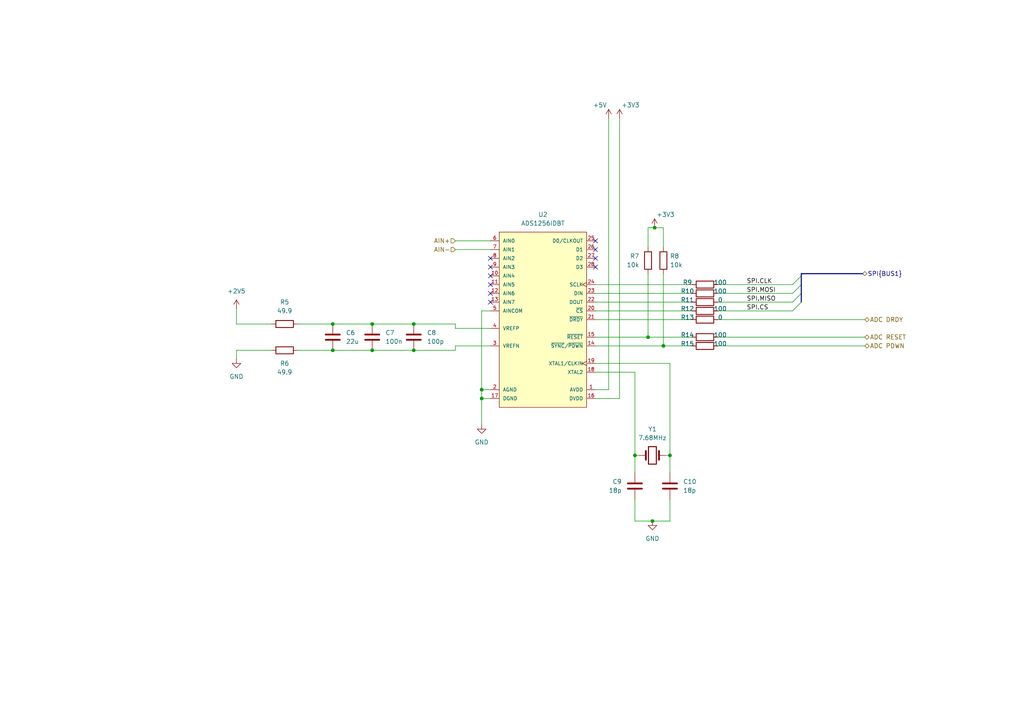
<source format=kicad_sch>
(kicad_sch (version 20211123) (generator eeschema)
  (paper "A4")
  (title_block (title "Development Board") (date "2022-06-22") (rev "2.2") (company "Plastic Scanner") (comment 1 "Juniper Technologies"))
  (lib_symbols
    (symbol "ADS1256:ADS1256IDBT" (pin_names (offset 1.016))
      (property "Reference" "U" (at 0 5.08 0))
      (property "Value" "ADS1256IDBT" (at 0 7.62 0))
      (symbol "ADS1256IDBT_1_1"
        (rectangle (start 5.08 2.54) (end 30.48 -48.26) (fill (type background)))
        (pin power_in line (at 2.54 -43.18 0) (length 2.54) (name "AVDD") (number "1"))
        (pin input line (at 33.02 -10.16 180) (length 2.54) (name "AIN4") (number "10"))
        (pin input line (at 33.02 -12.7 180) (length 2.54) (name "AIN5") (number "11"))
        (pin input line (at 33.02 -15.24 180) (length 2.54) (name "AIN6") (number "12"))
        (pin input line (at 33.02 -17.78 180) (length 2.54) (name "AIN7") (number "13"))
        (pin input line (at 2.54 -30.48 0) (length 2.54) (name "~{SYNC}/~{PDWN}") (number "14"))
        (pin input line (at 2.54 -27.94 0) (length 2.54) (name "~{RESET}") (number "15"))
        (pin power_in line (at 2.54 -45.72 0) (length 2.54) (name "DVDD") (number "16"))
        (pin power_in line (at 33.02 -45.72 180) (length 2.54) (name "DGND") (number "17"))
        (pin passive line (at 2.54 -38.1 0) (length 2.54) (name "XTAL2") (number "18"))
        (pin input clock (at 2.54 -35.56 0) (length 2.54) (name "XTAL1/CLKIN") (number "19"))
        (pin power_in line (at 33.02 -43.18 180) (length 2.54) (name "AGND") (number "2"))
        (pin input line (at 2.54 -20.32 0) (length 2.54) (name "~{CS}") (number "20"))
        (pin output line (at 2.54 -22.86 0) (length 2.54) (name "~{DRDY}") (number "21"))
        (pin unspecified line (at 2.54 -17.78 0) (length 2.54) (name "DOUT") (number "22"))
        (pin input line (at 2.54 -15.24 0) (length 2.54) (name "DIN") (number "23"))
        (pin input clock (at 2.54 -12.7 0) (length 2.54) (name "SCLK") (number "24"))
        (pin bidirectional line (at 2.54 0 0) (length 2.54) (name "D0/CLKOUT") (number "25"))
        (pin bidirectional line (at 2.54 -2.54 0) (length 2.54) (name "D1") (number "26"))
        (pin bidirectional line (at 2.54 -5.08 0) (length 2.54) (name "D2") (number "27"))
        (pin bidirectional line (at 2.54 -7.62 0) (length 2.54) (name "D3") (number "28"))
        (pin input line (at 33.02 -30.48 180) (length 2.54) (name "VREFN") (number "3"))
        (pin input line (at 33.02 -25.4 180) (length 2.54) (name "VREFP") (number "4"))
        (pin input line (at 33.02 -20.32 180) (length 2.54) (name "AINCOM") (number "5"))
        (pin input line (at 33.02 0 180) (length 2.54) (name "AIN0") (number "6"))
        (pin input line (at 33.02 -2.54 180) (length 2.54) (name "AIN1") (number "7"))
        (pin input line (at 33.02 -5.08 180) (length 2.54) (name "AIN2") (number "8"))
        (pin input line (at 33.02 -7.62 180) (length 2.54) (name "AIN3") (number "9"))
      )
    )
    (symbol "Device:C" (pin_numbers hide) (pin_names (offset 0.254))
      (property "Reference" "C" (at 0.635 2.54 0))
      (property "Value" "C" (at 0.635 -2.54 0))
      (symbol "C_0_1"
        (polyline (pts (xy -2.032 -0.762) (xy 2.032 -0.762)) (stroke (width 0.508)))
        (polyline (pts (xy -2.032 0.762) (xy 2.032 0.762)) (stroke (width 0.508)))
      )
      (symbol "C_1_1"
        (pin passive line (at 0 3.81 270) (length 2.794) (name "~") (number "1"))
        (pin passive line (at 0 -3.81 90) (length 2.794) (name "~") (number "2"))
      )
    )
    (symbol "Device:Crystal" (pin_numbers hide) (pin_names (offset 1.016) hide)
      (property "Reference" "Y" (at 0 3.81 0))
      (property "Value" "Crystal" (at 0 -3.81 0))
      (symbol "Crystal_0_1"
        (rectangle (start -1.143 2.54) (end 1.143 -2.54) (stroke (width 0.3048)))
        (polyline (pts (xy -2.54 0) (xy -1.905 0)))
        (polyline (pts (xy -1.905 -1.27) (xy -1.905 1.27)) (stroke (width 0.508)))
        (polyline (pts (xy 1.905 -1.27) (xy 1.905 1.27)) (stroke (width 0.508)))
        (polyline (pts (xy 2.54 0) (xy 1.905 0)))
      )
      (symbol "Crystal_1_1"
        (pin passive line (at -3.81 0 0) (length 1.27) (name "1") (number "1"))
        (pin passive line (at 3.81 0 180) (length 1.27) (name "2") (number "2"))
      )
    )
    (symbol "Device:R" (pin_numbers hide) (pin_names (offset 0))
      (property "Reference" "R" (at 2.032 0 90))
      (property "Value" "R" (at 0 0 90))
      (symbol "R_0_1"
        (rectangle (start -1.016 -2.54) (end 1.016 2.54) (stroke (width 0.254)))
      )
      (symbol "R_1_1"
        (pin passive line (at 0 3.81 270) (length 1.27) (name "~") (number "1"))
        (pin passive line (at 0 -3.81 90) (length 1.27) (name "~") (number "2"))
      )
    )
    (symbol "power:+2V5" (power) (pin_names (offset 0))
      (property "Value" "+2V5" (at 0 3.556 0))
      (symbol "+2V5_0_1"
        (polyline (pts (xy -0.762 1.27) (xy 0 2.54)))
        (polyline (pts (xy 0 0) (xy 0 2.54)))
        (polyline (pts (xy 0 2.54) (xy 0.762 1.27)))
      )
      (symbol "+2V5_1_1"
        (pin power_in line (at 0 0 90) (length 0) hide (name "+2V5") (number "1"))
      )
    )
    (symbol "power:+3.3V" (power) (pin_names (offset 0))
      (property "Value" "+3.3V" (at 0 3.556 0))
      (symbol "+3.3V_0_1"
        (polyline (pts (xy -0.762 1.27) (xy 0 2.54)))
        (polyline (pts (xy 0 0) (xy 0 2.54)))
        (polyline (pts (xy 0 2.54) (xy 0.762 1.27)))
      )
      (symbol "+3.3V_1_1"
        (pin power_in line (at 0 0 90) (length 0) hide (name "+3V3") (number "1"))
      )
    )
    (symbol "power:+5V" (power) (pin_names (offset 0))
      (property "Value" "+5V" (at 0 3.556 0))
      (symbol "+5V_0_1"
        (polyline (pts (xy -0.762 1.27) (xy 0 2.54)))
        (polyline (pts (xy 0 0) (xy 0 2.54)))
        (polyline (pts (xy 0 2.54) (xy 0.762 1.27)))
      )
      (symbol "+5V_1_1"
        (pin power_in line (at 0 0 90) (length 0) hide (name "+5V") (number "1"))
      )
    )
    (symbol "power:GND" (power) (pin_names (offset 0))
      (property "Value" "GND" (at 0 -3.81 0))
      (symbol "GND_0_1"
        (polyline (pts (xy 0 0) (xy 0 -1.27) (xy 1.27 -1.27) (xy 0 -2.54) (xy -1.27 -1.27) (xy 0 -1.27)))
      )
      (symbol "GND_1_1"
        (pin power_in line (at 0 0 270) (length 0) hide (name "GND") (number "1"))
      )
    )
  )
  (bus_alias "BUS1" (members "CLK" "MOSI" "MISO" "CS"))
  (junction (at 107.95 93.98))
  (junction (at 139.7 115.57))
  (junction (at 189.865 66.04))
  (junction (at 120.015 93.98))
  (junction (at 96.52 101.6))
  (junction (at 139.7 113.03))
  (junction (at 120.015 101.6))
  (junction (at 189.23 151.13))
  (junction (at 194.31 132.08))
  (junction (at 184.15 132.08))
  (junction (at 96.52 93.98))
  (junction (at 192.405 100.33))
  (junction (at 107.95 101.6))
  (junction (at 187.96 97.79))
  (no_connect (at 172.72 69.85))
  (no_connect (at 142.24 74.93))
  (no_connect (at 142.24 77.47))
  (no_connect (at 142.24 80.01))
  (no_connect (at 172.72 72.39))
  (no_connect (at 172.72 74.93))
  (no_connect (at 172.72 77.47))
  (no_connect (at 142.24 82.55))
  (no_connect (at 142.24 85.09))
  (no_connect (at 142.24 87.63))
  (bus_entry (at 232.41 80.01) (size -2.54 2.54))
  (bus_entry (at 232.41 85.09) (size -2.54 2.54))
  (bus_entry (at 232.41 87.63) (size -2.54 2.54))
  (bus_entry (at 232.41 82.55) (size -2.54 2.54))
  (wire (pts (xy 172.72 90.17) (xy 200.66 90.17)))
  (wire (pts (xy 120.015 93.98) (xy 132.08 93.98)))
  (wire (pts (xy 132.08 101.6) (xy 120.015 101.6)))
  (wire (pts (xy 172.72 113.03) (xy 176.53 113.03)))
  (wire (pts (xy 132.08 72.39) (xy 142.24 72.39)))
  (wire (pts (xy 184.15 132.08) (xy 185.42 132.08)))
  (wire (pts (xy 184.15 137.16) (xy 184.15 132.08)))
  (wire (pts (xy 187.96 97.79) (xy 187.96 79.375)))
  (wire (pts (xy 68.58 93.98) (xy 78.74 93.98)))
  (wire (pts (xy 142.24 115.57) (xy 139.7 115.57)))
  (wire (pts (xy 208.28 85.09) (xy 229.87 85.09)))
  (wire (pts (xy 194.31 151.13) (xy 189.23 151.13)))
  (bus (pts (xy 232.41 79.375) (xy 232.41 80.01)))
  (wire (pts (xy 187.96 97.79) (xy 200.66 97.79)))
  (wire (pts (xy 187.96 71.755) (xy 187.96 66.04)))
  (wire (pts (xy 184.15 132.08) (xy 184.15 107.95)))
  (wire (pts (xy 139.7 113.03) (xy 139.7 115.57)))
  (wire (pts (xy 179.705 115.57) (xy 172.72 115.57)))
  (wire (pts (xy 176.53 113.03) (xy 176.53 34.29)))
  (wire (pts (xy 107.95 93.98) (xy 120.015 93.98)))
  (wire (pts (xy 68.58 89.535) (xy 68.58 93.98)))
  (bus (pts (xy 232.41 82.55) (xy 232.41 80.01)))
  (wire (pts (xy 86.36 101.6) (xy 96.52 101.6)))
  (wire (pts (xy 132.08 100.33) (xy 142.24 100.33)))
  (wire (pts (xy 192.405 66.04) (xy 189.865 66.04)))
  (wire (pts (xy 172.72 92.71) (xy 200.66 92.71)))
  (wire (pts (xy 208.28 97.79) (xy 250.825 97.79)))
  (wire (pts (xy 172.72 105.41) (xy 194.31 105.41)))
  (wire (pts (xy 132.08 69.85) (xy 142.24 69.85)))
  (wire (pts (xy 184.15 144.78) (xy 184.15 151.13)))
  (wire (pts (xy 184.15 107.95) (xy 172.72 107.95)))
  (wire (pts (xy 193.04 132.08) (xy 194.31 132.08)))
  (bus (pts (xy 232.41 85.09) (xy 232.41 82.55)))
  (wire (pts (xy 208.28 87.63) (xy 229.87 87.63)))
  (bus (pts (xy 232.41 87.63) (xy 232.41 85.09)))
  (wire (pts (xy 194.31 105.41) (xy 194.31 132.08)))
  (wire (pts (xy 172.72 85.09) (xy 200.66 85.09)))
  (wire (pts (xy 172.72 82.55) (xy 200.66 82.55)))
  (wire (pts (xy 139.7 115.57) (xy 139.7 123.19)))
  (wire (pts (xy 208.28 90.17) (xy 229.87 90.17)))
  (wire (pts (xy 86.36 93.98) (xy 96.52 93.98)))
  (wire (pts (xy 139.7 90.17) (xy 139.7 113.03)))
  (bus (pts (xy 232.41 79.375) (xy 250.19 79.375)))
  (wire (pts (xy 107.95 101.6) (xy 120.015 101.6)))
  (wire (pts (xy 132.08 95.25) (xy 142.24 95.25)))
  (wire (pts (xy 132.08 100.33) (xy 132.08 101.6)))
  (wire (pts (xy 229.87 82.55) (xy 208.28 82.55)))
  (wire (pts (xy 208.28 100.33) (xy 250.825 100.33)))
  (wire (pts (xy 172.72 100.33) (xy 192.405 100.33)))
  (wire (pts (xy 179.705 34.29) (xy 179.705 115.57)))
  (wire (pts (xy 194.31 132.08) (xy 194.31 137.16)))
  (wire (pts (xy 96.52 93.98) (xy 107.95 93.98)))
  (wire (pts (xy 187.96 66.04) (xy 189.865 66.04)))
  (wire (pts (xy 192.405 100.33) (xy 200.66 100.33)))
  (wire (pts (xy 68.58 101.6) (xy 78.74 101.6)))
  (wire (pts (xy 142.24 90.17) (xy 139.7 90.17)))
  (wire (pts (xy 184.15 151.13) (xy 189.23 151.13)))
  (wire (pts (xy 192.405 71.755) (xy 192.405 66.04)))
  (wire (pts (xy 172.72 97.79) (xy 187.96 97.79)))
  (wire (pts (xy 132.08 93.98) (xy 132.08 95.25)))
  (wire (pts (xy 142.24 113.03) (xy 139.7 113.03)))
  (wire (pts (xy 208.28 92.71) (xy 250.825 92.71)))
  (wire (pts (xy 68.58 104.14) (xy 68.58 101.6)))
  (wire (pts (xy 172.72 87.63) (xy 200.66 87.63)))
  (wire (pts (xy 192.405 100.33) (xy 192.405 79.375)))
  (wire (pts (xy 96.52 101.6) (xy 107.95 101.6)))
  (wire (pts (xy 194.31 144.78) (xy 194.31 151.13)))
  (label "SPI.MISO" (at 216.535 87.63 0))
  (label "SPI.MOSI" (at 216.535 85.09 0))
  (label "SPI.CS" (at 216.535 90.17 0))
  (label "SPI.CLK" (at 216.535 82.55 0))
  (hierarchical_label "AIN+" (shape input) (at 132.08 69.85 180))
  (hierarchical_label "ADC RESET" (shape bidirectional) (at 250.825 97.79 0))
  (hierarchical_label "ADC PDWN" (shape bidirectional) (at 250.825 100.33 0))
  (hierarchical_label "SPI{BUS1}" (shape bidirectional) (at 250.19 79.375 0))
  (hierarchical_label "ADC DRDY" (shape bidirectional) (at 250.825 92.71 0))
  (hierarchical_label "AIN-" (shape input) (at 132.08 72.39 180))
  (symbol (lib_id "Device:R") (at 82.55 93.98 90) (unit 1)
    (property "Reference" "R5" (at 82.55 87.63 90))
    (property "Value" "49.9" (at 82.55 90.17 90))
    (property "Footprint" "Resistor_SMD:R_0805_2012Metric_Pad1.20x1.40mm_HandSolder" (effects hide))
  )
  (symbol (lib_id "power:GND") (at 68.58 104.14 0) (unit 1)
    (property "Reference" "#PWR06" (effects hide))
    (property "Value" "GND" (at 68.58 109.22 0))
  )
  (symbol (lib_id "power:GND") (at 139.7 123.19 0) (unit 1)
    (property "Reference" "#PWR07" (effects hide))
    (property "Value" "GND" (at 139.7 128.27 0))
  )
  (symbol (lib_id "Device:Crystal") (at 189.23 132.08 0) (unit 1)
    (property "Reference" "Y1" (at 189.23 124.46 0))
    (property "Value" "7.68MHz" (at 189.23 127 0))
    (property "Footprint" "Crystal:Crystal_HC49-U_Vertical" (effects hide))
  )
  (symbol (lib_id "ADS1256:ADS1256IDBT") (at 175.26 69.85 0) (mirror y) (unit 1)
    (property "Reference" "U2" (at 157.48 62.23 0))
    (property "Value" "ADS1256IDBT" (at 157.48 64.77 0))
    (property "Footprint" "ADS1256:Texas_Instruments-ADS1256IDBT-Level_A" (effects hide))
    (property "Datasheet" "http://www.ti.com/general/docs/lit/getliterature.tsp?genericPartNumber=ADS1256&fileType=pdf" (effects hide))
    (property "Analog Voltage AVDDMaxV" "5.25" (effects hide))
    (property "Analog Voltage AVDDMinV" "4.75" (effects hide))
    (property "Architecture" "Delta-Sigma" (effects hide))
    (property "Code  JEDEC" "MO-150" (effects hide))
    (property "Component Link 1 Description" "Manufacturer URL" (effects hide))
    (property "Component Link 1 URL" "http://www.ti.com/" (effects hide))
    (property "Component Link 3 Description" "Package Specification" (effects hide))
    (property "Component Link 3 URL" "http://www.ti.com/lit/ml/msso002e/msso002e.pdf" (effects hide))
    (property "Datasheet Version" "SBAS288J" (effects hide))
    (property "Digital SupplyMaxV" "3.6" (effects hide))
    (property "Digital SupplyMinV" "1.8" (effects hide))
    (property "Interface" "Serial SPI" (effects hide))
    (property "Mounting Technology" "Surface Mount" (effects hide))
    (property "Package Description" "28-Pin Plastic Small Outline, Body 10.2 X 5.3 mm, Pitch 0.65 mm" (effects hide))
    (property "Package Version" "4040065/E, 12/2001" (effects hide))
    (property "Resolution Bits" "24" (effects hide))
    (property "Sample Rate maxSPS" "30k" (effects hide))
    (property "Sub Family" "Precision ADC (<=10MSPS)" (effects hide))
    (property "Input Channels" "8" (effects hide))
    (property "category" "IC" (effects hide))
    (property "ciiva ids" "1032945" (effects hide))
    (property "library id" "c759b8ce2832afe6" (effects hide))
    (property "manufacturer" "Texas Instruments" (effects hide))
    (property "package" "DB28" (effects hide))
    (property "release date" "1386841293" (effects hide))
    (property "rohs" "Yes" (effects hide))
    (property "vault revision" "3B469DCD-A5C2-4821-9377-BA283C97E484" (effects hide))
    (property "imported" "yes" (effects hide))
  )
  (symbol (lib_id "power:+5V") (at 176.53 34.29 0) (unit 1)
    (property "Reference" "#PWR08" (effects hide))
    (property "Value" "+5V" (at 173.99 30.48 0))
  )
  (symbol (lib_id "Device:R") (at 192.405 75.565 0) (unit 1)
    (property "Reference" "R8" (at 194.31 74.2949 0) (effects (justify left)))
    (property "Value" "10k" (at 194.31 76.8349 0) (effects (justify left)))
    (property "Footprint" "Resistor_SMD:R_0805_2012Metric_Pad1.20x1.40mm_HandSolder" (effects hide))
  )
  (symbol (lib_id "Device:C") (at 107.95 97.79 0) (unit 1)
    (property "Reference" "C7" (at 111.76 96.5199 0) (effects (justify left)))
    (property "Value" "100n" (at 111.76 99.0599 0) (effects (justify left)))
    (property "Footprint" "Capacitor_SMD:C_0805_2012Metric_Pad1.18x1.45mm_HandSolder" (effects hide))
  )
  (symbol (lib_id "Device:R") (at 187.96 75.565 0) (mirror x) (unit 1)
    (property "Reference" "R7" (at 185.42 74.2949 0) (effects (justify right)))
    (property "Value" "10k" (at 185.42 76.8349 0) (effects (justify right)))
    (property "Footprint" "Resistor_SMD:R_0805_2012Metric_Pad1.20x1.40mm_HandSolder" (effects hide))
  )
  (symbol (lib_id "Device:C") (at 184.15 140.97 0) (mirror x) (unit 1)
    (property "Reference" "C9" (at 180.34 139.6999 0) (effects (justify right)))
    (property "Value" "18p" (at 180.34 142.2399 0) (effects (justify right)))
    (property "Footprint" "Capacitor_SMD:C_0805_2012Metric_Pad1.18x1.45mm_HandSolder" (effects hide))
  )
  (symbol (lib_id "Device:R") (at 204.47 90.17 270) (mirror x) (unit 1)
    (property "Reference" "R12" (at 199.39 89.535 90))
    (property "Value" "100" (at 208.915 89.535 90))
    (property "Footprint" "Resistor_SMD:R_0805_2012Metric_Pad1.20x1.40mm_HandSolder" (effects hide))
  )
  (symbol (lib_id "Device:R") (at 82.55 101.6 90) (mirror x) (unit 1)
    (property "Reference" "R6" (at 82.55 105.41 90))
    (property "Value" "49.9" (at 82.55 107.95 90))
    (property "Footprint" "Resistor_SMD:R_0805_2012Metric_Pad1.20x1.40mm_HandSolder" (effects hide))
  )
  (symbol (lib_id "Device:C") (at 120.015 97.79 0) (unit 1)
    (property "Reference" "C8" (at 123.825 96.5199 0) (effects (justify left)))
    (property "Value" "100p" (at 123.825 99.0599 0) (effects (justify left)))
    (property "Footprint" "Capacitor_SMD:C_0805_2012Metric_Pad1.18x1.45mm_HandSolder" (effects hide))
  )
  (symbol (lib_id "power:+3.3V") (at 189.865 66.04 0) (unit 1)
    (property "Reference" "#PWR011" (effects hide))
    (property "Value" "+3.3V" (at 193.04 62.23 0))
  )
  (symbol (lib_id "Device:R") (at 204.47 97.79 270) (mirror x) (unit 1)
    (property "Reference" "R14" (at 199.39 97.155 90))
    (property "Value" "100" (at 208.915 97.155 90))
    (property "Footprint" "Resistor_SMD:R_0805_2012Metric_Pad1.20x1.40mm_HandSolder" (effects hide))
  )
  (symbol (lib_id "Device:R") (at 204.47 100.33 270) (mirror x) (unit 1)
    (property "Reference" "R15" (at 199.39 99.695 90))
    (property "Value" "100" (at 208.915 99.695 90))
    (property "Footprint" "Resistor_SMD:R_0805_2012Metric_Pad1.20x1.40mm_HandSolder" (effects hide))
  )
  (symbol (lib_id "Device:R") (at 204.47 85.09 270) (mirror x) (unit 1)
    (property "Reference" "R10" (at 199.39 84.455 90))
    (property "Value" "100" (at 208.915 84.455 90))
    (property "Footprint" "Resistor_SMD:R_0805_2012Metric_Pad1.20x1.40mm_HandSolder" (effects hide))
  )
  (symbol (lib_id "Device:R") (at 204.47 92.71 270) (mirror x) (unit 1)
    (property "Reference" "R13" (at 199.39 92.075 90))
    (property "Value" "0" (at 208.915 92.075 90))
    (property "Footprint" "Resistor_SMD:R_0805_2012Metric_Pad1.20x1.40mm_HandSolder" (effects hide))
  )
  (symbol (lib_id "Device:C") (at 194.31 140.97 0) (unit 1)
    (property "Reference" "C10" (at 198.12 139.6999 0) (effects (justify left)))
    (property "Value" "18p" (at 198.12 142.2399 0) (effects (justify left)))
    (property "Footprint" "Capacitor_SMD:C_0805_2012Metric_Pad1.18x1.45mm_HandSolder" (effects hide))
  )
  (symbol (lib_id "Device:C") (at 96.52 97.79 0) (unit 1)
    (property "Reference" "C6" (at 100.33 96.5199 0) (effects (justify left)))
    (property "Value" "22u" (at 100.33 99.0599 0) (effects (justify left)))
    (property "Footprint" "Capacitor_SMD:C_0805_2012Metric_Pad1.18x1.45mm_HandSolder" (effects hide))
  )
  (symbol (lib_id "power:+2V5") (at 68.58 89.535 0) (unit 1)
    (property "Reference" "#PWR05" (effects hide))
    (property "Value" "+2V5" (at 68.58 84.455 0))
  )
  (symbol (lib_id "power:GND") (at 189.23 151.13 0) (unit 1)
    (property "Reference" "#PWR010" (effects hide))
    (property "Value" "GND" (at 189.23 156.21 0))
  )
  (symbol (lib_id "Device:R") (at 204.47 87.63 270) (mirror x) (unit 1)
    (property "Reference" "R11" (at 199.39 86.995 90))
    (property "Value" "0" (at 208.915 86.995 90))
    (property "Footprint" "Resistor_SMD:R_0805_2012Metric_Pad1.20x1.40mm_HandSolder" (effects hide))
  )
  (symbol (lib_id "Device:R") (at 204.47 82.55 270) (mirror x) (unit 1)
    (property "Reference" "R9" (at 199.39 81.915 90))
    (property "Value" "100" (at 208.915 81.915 90))
    (property "Footprint" "Resistor_SMD:R_0805_2012Metric_Pad1.20x1.40mm_HandSolder" (effects hide))
  )
  (symbol (lib_id "power:+3.3V") (at 179.705 34.29 0) (unit 1)
    (property "Reference" "#PWR09" (effects hide))
    (property "Value" "+3.3V" (at 182.88 30.48 0))
  )
)
</source>
